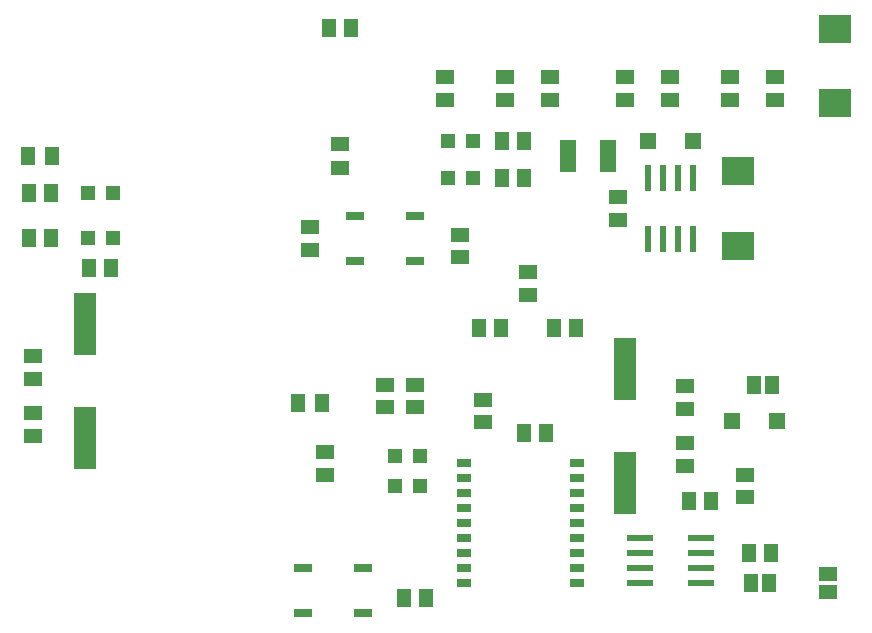
<source format=gtp>
G75*
G70*
%OFA0B0*%
%FSLAX24Y24*%
%IPPOS*%
%LPD*%
%AMOC8*
5,1,8,0,0,1.08239X$1,22.5*
%
%ADD10R,0.0472X0.0472*%
%ADD11R,0.0512X0.0630*%
%ADD12R,0.0630X0.0512*%
%ADD13R,0.0450X0.0300*%
%ADD14R,0.0866X0.0236*%
%ADD15R,0.0760X0.2100*%
%ADD16R,0.0591X0.0512*%
%ADD17R,0.0512X0.0591*%
%ADD18R,0.0600X0.0300*%
%ADD19R,0.0236X0.0866*%
%ADD20R,0.1102X0.0945*%
%ADD21R,0.0460X0.0630*%
%ADD22R,0.0630X0.0460*%
%ADD23R,0.0551X0.0551*%
%ADD24R,0.0551X0.1102*%
D10*
X018736Y008835D03*
X019563Y008835D03*
X019563Y009835D03*
X018736Y009835D03*
X009313Y017085D03*
X008486Y017085D03*
X008486Y018585D03*
X009313Y018585D03*
X020486Y019085D03*
X021313Y019085D03*
X021313Y020335D03*
X020486Y020335D03*
D11*
X022275Y020335D03*
X023023Y020335D03*
X023023Y019085D03*
X022275Y019085D03*
X022273Y014085D03*
X021525Y014085D03*
X024025Y014085D03*
X024773Y014085D03*
X016293Y011585D03*
X015506Y011585D03*
X009273Y016085D03*
X008525Y016085D03*
X007273Y017085D03*
X006525Y017085D03*
X006525Y018585D03*
X007273Y018585D03*
X007293Y019835D03*
X006506Y019835D03*
X016525Y024085D03*
X017273Y024085D03*
X030525Y006585D03*
X031273Y006585D03*
X019773Y005085D03*
X019025Y005085D03*
D12*
X016399Y009192D03*
X016399Y009979D03*
X018399Y011461D03*
X018399Y012209D03*
X019399Y012209D03*
X019399Y011461D03*
X021649Y011709D03*
X021649Y010961D03*
X023149Y015211D03*
X023149Y015959D03*
X020899Y016461D03*
X020899Y017209D03*
X016899Y019442D03*
X016899Y020229D03*
X020399Y021711D03*
X020399Y022459D03*
X022399Y022479D03*
X022399Y021692D03*
X023899Y021711D03*
X023899Y022459D03*
X026399Y022459D03*
X026399Y021711D03*
X027899Y021711D03*
X027899Y022459D03*
X029899Y022479D03*
X029899Y021692D03*
X031399Y021711D03*
X031399Y022459D03*
X015899Y017459D03*
X015899Y016711D03*
X030399Y009209D03*
X030399Y008461D03*
D13*
X024784Y008585D03*
X024784Y008085D03*
X024784Y007585D03*
X024784Y007085D03*
X024784Y006585D03*
X024784Y006085D03*
X024784Y005585D03*
X021014Y005585D03*
X021014Y006085D03*
X021014Y006585D03*
X021014Y007085D03*
X021014Y007585D03*
X021014Y008085D03*
X021014Y008585D03*
X021014Y009085D03*
X021014Y009585D03*
X024784Y009585D03*
X024784Y009085D03*
D14*
X026876Y007085D03*
X026876Y006585D03*
X026876Y006085D03*
X026876Y005585D03*
X028923Y005585D03*
X028923Y006085D03*
X028923Y006585D03*
X028923Y007085D03*
D15*
X026399Y008935D03*
X026399Y012735D03*
X008399Y014235D03*
X008399Y010435D03*
D16*
X006649Y010511D03*
X006649Y011259D03*
X006649Y012411D03*
X006649Y013159D03*
X026149Y017711D03*
X026149Y018459D03*
X028399Y012159D03*
X028399Y011411D03*
X028399Y010259D03*
X028399Y009511D03*
D17*
X028525Y008335D03*
X029273Y008335D03*
X023773Y010585D03*
X023025Y010585D03*
D18*
X015649Y004585D03*
X017649Y004585D03*
X017649Y006085D03*
X015649Y006085D03*
X017399Y016335D03*
X019399Y016335D03*
X019399Y017835D03*
X017399Y017835D03*
D19*
X027149Y017062D03*
X027649Y017062D03*
X028149Y017062D03*
X028649Y017062D03*
X028649Y019109D03*
X028149Y019109D03*
X027649Y019109D03*
X027149Y019109D03*
D20*
X030149Y019326D03*
X033399Y021595D03*
X033399Y024076D03*
X030149Y016845D03*
D21*
X030699Y012185D03*
X031299Y012185D03*
X031199Y005585D03*
X030599Y005585D03*
D22*
X033149Y005285D03*
X033149Y005885D03*
D23*
X031447Y010985D03*
X029951Y010985D03*
X028647Y020335D03*
X027151Y020335D03*
D24*
X025819Y019835D03*
X024480Y019835D03*
M02*

</source>
